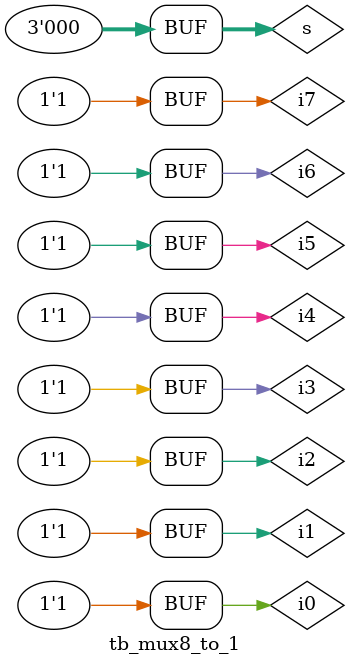
<source format=v>
`timescale 1ns / 1ps


module tb_mux8_to_1();

  reg i0, i1, i2, i3, i4, i5, i6, i7;
  reg [2:0] s;
  
  
  wire out;
  
  mux8_to_1 uut (
    .i0(i0),
    .i1(i1),
    .i2(i2),
    .i3(i3),
    .i4(i4),
    .i5(i5),
    .i6(i6),
    .i7(i7),
    .s(s),
    .out(out)
  );
  
  initial begin
    s = 3'b000; i0 = 1; i1 = 0; i2 = 0; i3 = 0; i4 = 0; i5 = 0; i6 = 0; i7 = 0;
#20 s = 3'b001; i0 = 0; i1 = 1; i2 = 0; i3 = 0; i4 = 0; i5 = 0; i6 = 0; i7 = 0;
#20 s = 3'b010; i0 = 0; i1 = 0; i2 = 1; i3 = 0; i4 = 0; i5 = 0; i6 = 0; i7 = 0;
#20 s = 3'b011; i0 = 0; i1 = 0; i2 = 0; i3 = 1; i4 = 0; i5 = 0; i6 = 0; i7 = 0;
#20 s = 3'b100; i0 = 0; i1 = 0; i2 = 0; i3 = 0; i4 = 1; i5 = 0; i6 = 0; i7 = 0;
#20 s = 3'b101; i0 = 0; i1 = 0; i2 = 0; i3 = 0; i4 = 0; i5 = 1; i6 = 0; i7 = 0;
#20 s = 3'b110; i0 = 0; i1 = 0; i2 = 0; i3 = 0; i4 = 0; i5 = 0; i6 = 1; i7 = 0;
#20 s = 3'b111; i0 = 0; i1 = 0; i2 = 0; i3 = 0; i4 = 0; i5 = 0; i6 = 0; i7 = 1;
#20 s = 3'b000; i0 = 1; i1 = 1; i2 = 1; i3 = 1; i4 = 1; i5 = 1; i6 = 1; i7 = 1;

end
endmodule
</source>
